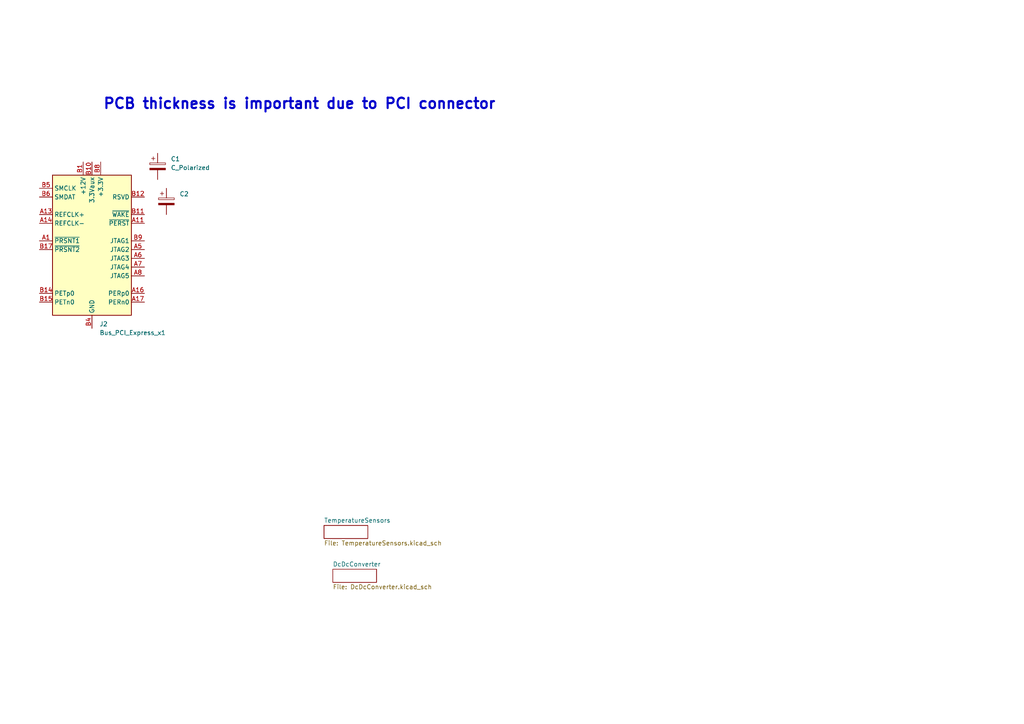
<source format=kicad_sch>
(kicad_sch (version 20231120) (generator "eeschema") (generator_version "8.0")
  (paper "A4")
  (lib_symbols
    (symbol "Connector:Bus_PCI_Express_x1"
      (property "Reference" "J" (at -8.89 22.86 0))
      (property "Value" "Bus_PCI_Express_x1" (at 12.7 22.86 0))
      (symbol "Bus_PCI_Express_x1_0_1"
        (rectangle (start -11.43 21.59) (end 11.43 -19.05) (stroke (width 0.254)) (fill (type background)))
      )
      (symbol "Bus_PCI_Express_x1_1_1"
        (pin passive line (at -15.24 2.54 0) (length 3.81) (name "~{PRSNT1}") (number "A1"))
        (pin passive line (at 2.54 25.4 270) (length 3.81) hide (name "+3.3V") (number "A10"))
        (pin input line (at 15.24 7.62 180) (length 3.81) (name "~{PERST}") (number "A11"))
        (pin passive line (at 0 -22.86 90) (length 3.81) hide (name "GND") (number "A12"))
        (pin input line (at -15.24 10.16 0) (length 3.81) (name "REFCLK+") (number "A13"))
        (pin input line (at -15.24 7.62 0) (length 3.81) (name "REFCLK-") (number "A14"))
        (pin passive line (at 0 -22.86 90) (length 3.81) hide (name "GND") (number "A15"))
        (pin output line (at 15.24 -12.7 180) (length 3.81) (name "PERp0") (number "A16"))
        (pin output line (at 15.24 -15.24 180) (length 3.81) (name "PERn0") (number "A17"))
        (pin passive line (at 0 -22.86 90) (length 3.81) hide (name "GND") (number "A18"))
        (pin passive line (at -2.54 25.4 270) (length 3.81) hide (name "+12V") (number "A2"))
        (pin passive line (at -2.54 25.4 270) (length 3.81) hide (name "+12V") (number "A3"))
        (pin passive line (at 0 -22.86 90) (length 3.81) hide (name "GND") (number "A4"))
        (pin input line (at 15.24 0 180) (length 3.81) (name "JTAG2") (number "A5"))
        (pin input line (at 15.24 -2.54 180) (length 3.81) (name "JTAG3") (number "A6"))
        (pin output line (at 15.24 -5.08 180) (length 3.81) (name "JTAG4") (number "A7"))
        (pin input line (at 15.24 -7.62 180) (length 3.81) (name "JTAG5") (number "A8"))
        (pin passive line (at 2.54 25.4 270) (length 3.81) hide (name "+3.3V") (number "A9"))
        (pin power_in line (at -2.54 25.4 270) (length 3.81) (name "+12V") (number "B1"))
        (pin power_in line (at 0 25.4 270) (length 3.81) (name "3.3Vaux") (number "B10"))
        (pin open_collector line (at 15.24 10.16 180) (length 3.81) (name "~{WAKE}") (number "B11"))
        (pin passive line (at 15.24 15.24 180) (length 3.81) (name "RSVD") (number "B12"))
        (pin passive line (at 0 -22.86 90) (length 3.81) hide (name "GND") (number "B13"))
        (pin input line (at -15.24 -12.7 0) (length 3.81) (name "PETp0") (number "B14"))
        (pin input line (at -15.24 -15.24 0) (length 3.81) (name "PETn0") (number "B15"))
        (pin passive line (at 0 -22.86 90) (length 3.81) hide (name "GND") (number "B16"))
        (pin passive line (at -15.24 0 0) (length 3.81) (name "~{PRSNT2}") (number "B17"))
        (pin passive line (at 0 -22.86 90) (length 3.81) hide (name "GND") (number "B18"))
        (pin passive line (at -2.54 25.4 270) (length 3.81) hide (name "+12V") (number "B2"))
        (pin passive line (at -2.54 25.4 270) (length 3.81) hide (name "+12V") (number "B3"))
        (pin power_in line (at 0 -22.86 90) (length 3.81) (name "GND") (number "B4"))
        (pin input line (at -15.24 17.78 0) (length 3.81) (name "SMCLK") (number "B5"))
        (pin bidirectional line (at -15.24 15.24 0) (length 3.81) (name "SMDAT") (number "B6"))
        (pin passive line (at 0 -22.86 90) (length 3.81) hide (name "GND") (number "B7"))
        (pin power_in line (at 2.54 25.4 270) (length 3.81) (name "+3.3V") (number "B8"))
        (pin input line (at 15.24 2.54 180) (length 3.81) (name "JTAG1") (number "B9"))
      )
    )
    (symbol "Device:C_Polarized" (pin_numbers hide) (pin_names (offset 0.254))
      (property "Reference" "C" (at 0.635 2.54 0))
      (property "Value" "C_Polarized" (at 0.635 -2.54 0))
      (symbol "C_Polarized_0_1"
        (rectangle (start -2.286 0.508) (end 2.286 1.016))
        (polyline (pts (xy -1.778 2.286) (xy -0.762 2.286)))
        (polyline (pts (xy -1.27 2.794) (xy -1.27 1.778)))
        (rectangle (start 2.286 -0.508) (end -2.286 -1.016) (fill (type outline)))
      )
      (symbol "C_Polarized_1_1"
        (pin passive line (at 0 3.81 270) (length 2.794) (name "~") (number "1"))
        (pin passive line (at 0 -3.81 90) (length 2.794) (name "~") (number "2"))
      )
    )
  )
  (text "PCB thickness is important due to PCI connector" (at 86.868 30.226 0) (effects (font (size 3 3) (thickness 0.6) (bold yes))))
  (symbol (lib_id "Device:C_Polarized") (at 45.72 48.26 0) (unit 1)
    (property "Reference" "C1" (at 49.53 46.1009 0) (effects (justify left)))
    (property "Value" "C_Polarized" (at 49.53 48.6409 0) (effects (justify left)))
    (property "Footprint" "Capacitor_SMD:CP_Elec_6.3x5.8" (effects (hide yes)))
    (property "Description" "Polarized capacitor" (effects (hide yes)))
  )
  (symbol (lib_id "Connector:Bus_PCI_Express_x1") (at 26.67 72.39 0) (unit 1)
    (property "Reference" "J2" (at 28.8641 93.98 0) (effects (justify left)))
    (property "Value" "Bus_PCI_Express_x1" (at 28.8641 96.52 0) (effects (justify left)))
    (property "Footprint" "Connector_PCBEdge:BUS_PCIexpress_x1" (effects (hide yes)))
    (property "Datasheet" "http://www.ritrontek.com/uploadfile/2016/1026/20161026105231124.pdf#page=63" (effects (hide yes)))
    (property "Description" "PCI Express bus connector x1" (effects (hide yes)))
  )
  (symbol (lib_id "Device:C_Polarized") (at 48.26 58.42 0) (unit 1)
    (property "Reference" "C2" (at 52.07 56.2609 0) (effects (justify left)))
    (property "Value" "C_Polarized" (effects (hide yes)))
    (property "Footprint" "Capacitor_SMD:CP_Elec_6.3x5.8" (effects (hide yes)))
    (property "Description" "Polarized capacitor" (effects (hide yes)))
  )
  (sheet (at 96.52 165.1) (size 12.7 3.81) (stroke (width 0.1524))
    (property "Sheetname" "DcDcConverter" (at 96.52 164.3884 0) (effects (justify left bottom)))
    (property "Sheetfile" "DcDcConverter.kicad_sch" (at 96.52 169.4946 0) (effects (justify left top)))
  )
  (sheet (at 93.98 152.4) (size 12.7 3.81) (stroke (width 0.1524))
    (property "Sheetname" "TemperatureSensors" (at 93.98 151.6884 0) (effects (justify left bottom)))
    (property "Sheetfile" "TemperatureSensors.kicad_sch" (at 93.98 156.7946 0) (effects (justify left top)))
  )
)
</source>
